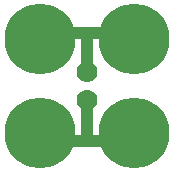
<source format=gbl>
%TF.GenerationSoftware,KiCad,Pcbnew,4.0.7-e2-6376~58~ubuntu16.04.1*%
%TF.CreationDate,2017-10-07T15:56:48-07:00*%
%TF.ProjectId,2x2-Tilt-Switch-SW-520D-TH,3278322D54696C742D5377697463682D,v1.1*%
%TF.FileFunction,Copper,L2,Bot,Signal*%
%FSLAX46Y46*%
G04 Gerber Fmt 4.6, Leading zero omitted, Abs format (unit mm)*
G04 Created by KiCad (PCBNEW 4.0.7-e2-6376~58~ubuntu16.04.1) date Sat Oct  7 15:56:48 2017*
%MOMM*%
%LPD*%
G01*
G04 APERTURE LIST*
%ADD10C,0.350000*%
%ADD11C,1.000000*%
%ADD12C,1.778000*%
%ADD13C,6.000000*%
%ADD14C,0.350000*%
G04 APERTURE END LIST*
D10*
D11*
X24725000Y-28000000D02*
X16144000Y-27991000D01*
X20525000Y-31300000D02*
X20525000Y-28200000D01*
X16325000Y-37100000D02*
X24906000Y-37109000D01*
X20525000Y-33800000D02*
X20525000Y-36900000D01*
D12*
X20500000Y-33700000D03*
X20500000Y-31300000D03*
D13*
X16525000Y-36500000D03*
X16525000Y-28500000D03*
X24525000Y-28500000D03*
X24525000Y-36500000D03*
D14*
X20500000Y-33700000D03*
X20500000Y-31300000D03*
X16525000Y-36500000D03*
X16525000Y-28500000D03*
X24525000Y-28500000D03*
X24525000Y-36500000D03*
M02*

</source>
